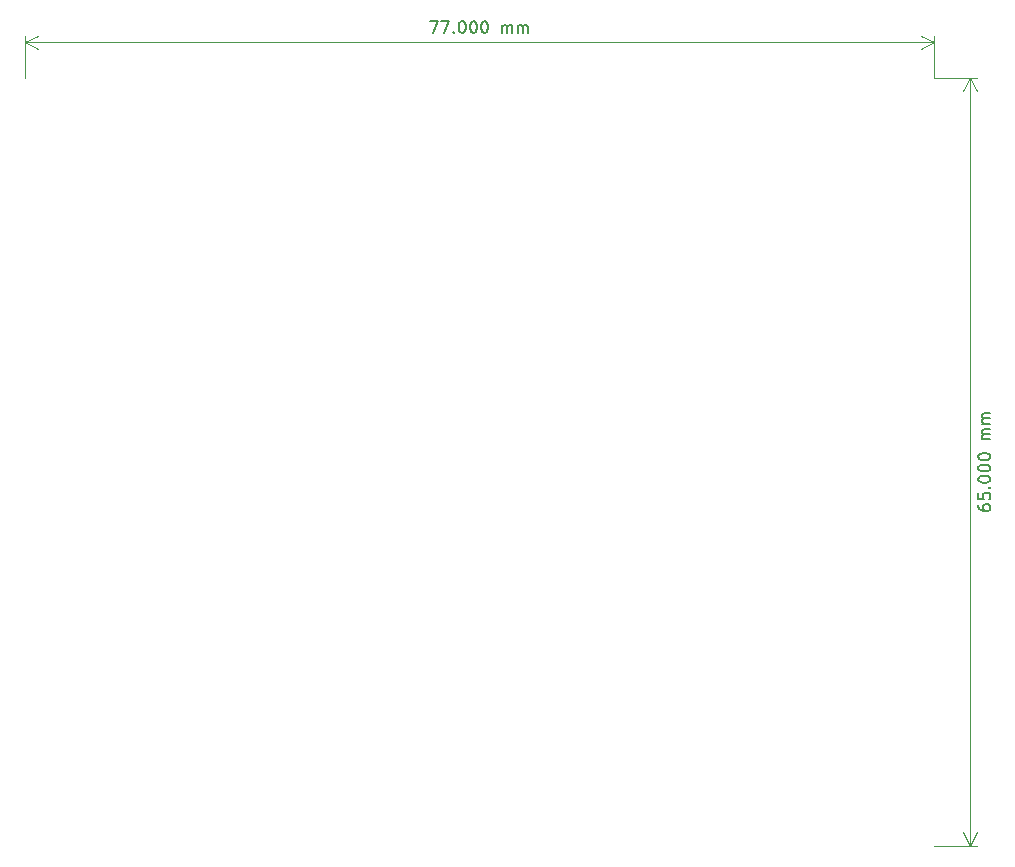
<source format=gbr>
G04 #@! TF.GenerationSoftware,KiCad,Pcbnew,(5.1.5)-3*
G04 #@! TF.CreationDate,2020-04-05T12:45:20+05:30*
G04 #@! TF.ProjectId,Con+fb(v+i),436f6e2b-6662-4287-962b-69292e6b6963,rev?*
G04 #@! TF.SameCoordinates,Original*
G04 #@! TF.FileFunction,Legend,Bot*
G04 #@! TF.FilePolarity,Positive*
%FSLAX46Y46*%
G04 Gerber Fmt 4.6, Leading zero omitted, Abs format (unit mm)*
G04 Created by KiCad (PCBNEW (5.1.5)-3) date 2020-04-05 12:45:20*
%MOMM*%
%LPD*%
G04 APERTURE LIST*
%ADD10C,0.150000*%
%ADD11C,0.120000*%
G04 APERTURE END LIST*
D10*
X100309523Y-77182380D02*
X100976190Y-77182380D01*
X100547619Y-78182380D01*
X101261904Y-77182380D02*
X101928571Y-77182380D01*
X101500000Y-78182380D01*
X102309523Y-78087142D02*
X102357142Y-78134761D01*
X102309523Y-78182380D01*
X102261904Y-78134761D01*
X102309523Y-78087142D01*
X102309523Y-78182380D01*
X102976190Y-77182380D02*
X103071428Y-77182380D01*
X103166666Y-77230000D01*
X103214285Y-77277619D01*
X103261904Y-77372857D01*
X103309523Y-77563333D01*
X103309523Y-77801428D01*
X103261904Y-77991904D01*
X103214285Y-78087142D01*
X103166666Y-78134761D01*
X103071428Y-78182380D01*
X102976190Y-78182380D01*
X102880952Y-78134761D01*
X102833333Y-78087142D01*
X102785714Y-77991904D01*
X102738095Y-77801428D01*
X102738095Y-77563333D01*
X102785714Y-77372857D01*
X102833333Y-77277619D01*
X102880952Y-77230000D01*
X102976190Y-77182380D01*
X103928571Y-77182380D02*
X104023809Y-77182380D01*
X104119047Y-77230000D01*
X104166666Y-77277619D01*
X104214285Y-77372857D01*
X104261904Y-77563333D01*
X104261904Y-77801428D01*
X104214285Y-77991904D01*
X104166666Y-78087142D01*
X104119047Y-78134761D01*
X104023809Y-78182380D01*
X103928571Y-78182380D01*
X103833333Y-78134761D01*
X103785714Y-78087142D01*
X103738095Y-77991904D01*
X103690476Y-77801428D01*
X103690476Y-77563333D01*
X103738095Y-77372857D01*
X103785714Y-77277619D01*
X103833333Y-77230000D01*
X103928571Y-77182380D01*
X104880952Y-77182380D02*
X104976190Y-77182380D01*
X105071428Y-77230000D01*
X105119047Y-77277619D01*
X105166666Y-77372857D01*
X105214285Y-77563333D01*
X105214285Y-77801428D01*
X105166666Y-77991904D01*
X105119047Y-78087142D01*
X105071428Y-78134761D01*
X104976190Y-78182380D01*
X104880952Y-78182380D01*
X104785714Y-78134761D01*
X104738095Y-78087142D01*
X104690476Y-77991904D01*
X104642857Y-77801428D01*
X104642857Y-77563333D01*
X104690476Y-77372857D01*
X104738095Y-77277619D01*
X104785714Y-77230000D01*
X104880952Y-77182380D01*
X106404761Y-78182380D02*
X106404761Y-77515714D01*
X106404761Y-77610952D02*
X106452380Y-77563333D01*
X106547619Y-77515714D01*
X106690476Y-77515714D01*
X106785714Y-77563333D01*
X106833333Y-77658571D01*
X106833333Y-78182380D01*
X106833333Y-77658571D02*
X106880952Y-77563333D01*
X106976190Y-77515714D01*
X107119047Y-77515714D01*
X107214285Y-77563333D01*
X107261904Y-77658571D01*
X107261904Y-78182380D01*
X107738095Y-78182380D02*
X107738095Y-77515714D01*
X107738095Y-77610952D02*
X107785714Y-77563333D01*
X107880952Y-77515714D01*
X108023809Y-77515714D01*
X108119047Y-77563333D01*
X108166666Y-77658571D01*
X108166666Y-78182380D01*
X108166666Y-77658571D02*
X108214285Y-77563333D01*
X108309523Y-77515714D01*
X108452380Y-77515714D01*
X108547619Y-77563333D01*
X108595238Y-77658571D01*
X108595238Y-78182380D01*
D11*
X66000000Y-79000000D02*
X143000000Y-79000000D01*
X66000000Y-82000000D02*
X66000000Y-78413579D01*
X143000000Y-82000000D02*
X143000000Y-78413579D01*
X143000000Y-79000000D02*
X141873496Y-79586421D01*
X143000000Y-79000000D02*
X141873496Y-78413579D01*
X66000000Y-79000000D02*
X67126504Y-79586421D01*
X66000000Y-79000000D02*
X67126504Y-78413579D01*
D10*
X146722380Y-118166666D02*
X146722380Y-118357142D01*
X146770000Y-118452380D01*
X146817619Y-118500000D01*
X146960476Y-118595238D01*
X147150952Y-118642857D01*
X147531904Y-118642857D01*
X147627142Y-118595238D01*
X147674761Y-118547619D01*
X147722380Y-118452380D01*
X147722380Y-118261904D01*
X147674761Y-118166666D01*
X147627142Y-118119047D01*
X147531904Y-118071428D01*
X147293809Y-118071428D01*
X147198571Y-118119047D01*
X147150952Y-118166666D01*
X147103333Y-118261904D01*
X147103333Y-118452380D01*
X147150952Y-118547619D01*
X147198571Y-118595238D01*
X147293809Y-118642857D01*
X146722380Y-117166666D02*
X146722380Y-117642857D01*
X147198571Y-117690476D01*
X147150952Y-117642857D01*
X147103333Y-117547619D01*
X147103333Y-117309523D01*
X147150952Y-117214285D01*
X147198571Y-117166666D01*
X147293809Y-117119047D01*
X147531904Y-117119047D01*
X147627142Y-117166666D01*
X147674761Y-117214285D01*
X147722380Y-117309523D01*
X147722380Y-117547619D01*
X147674761Y-117642857D01*
X147627142Y-117690476D01*
X147627142Y-116690476D02*
X147674761Y-116642857D01*
X147722380Y-116690476D01*
X147674761Y-116738095D01*
X147627142Y-116690476D01*
X147722380Y-116690476D01*
X146722380Y-116023809D02*
X146722380Y-115928571D01*
X146770000Y-115833333D01*
X146817619Y-115785714D01*
X146912857Y-115738095D01*
X147103333Y-115690476D01*
X147341428Y-115690476D01*
X147531904Y-115738095D01*
X147627142Y-115785714D01*
X147674761Y-115833333D01*
X147722380Y-115928571D01*
X147722380Y-116023809D01*
X147674761Y-116119047D01*
X147627142Y-116166666D01*
X147531904Y-116214285D01*
X147341428Y-116261904D01*
X147103333Y-116261904D01*
X146912857Y-116214285D01*
X146817619Y-116166666D01*
X146770000Y-116119047D01*
X146722380Y-116023809D01*
X146722380Y-115071428D02*
X146722380Y-114976190D01*
X146770000Y-114880952D01*
X146817619Y-114833333D01*
X146912857Y-114785714D01*
X147103333Y-114738095D01*
X147341428Y-114738095D01*
X147531904Y-114785714D01*
X147627142Y-114833333D01*
X147674761Y-114880952D01*
X147722380Y-114976190D01*
X147722380Y-115071428D01*
X147674761Y-115166666D01*
X147627142Y-115214285D01*
X147531904Y-115261904D01*
X147341428Y-115309523D01*
X147103333Y-115309523D01*
X146912857Y-115261904D01*
X146817619Y-115214285D01*
X146770000Y-115166666D01*
X146722380Y-115071428D01*
X146722380Y-114119047D02*
X146722380Y-114023809D01*
X146770000Y-113928571D01*
X146817619Y-113880952D01*
X146912857Y-113833333D01*
X147103333Y-113785714D01*
X147341428Y-113785714D01*
X147531904Y-113833333D01*
X147627142Y-113880952D01*
X147674761Y-113928571D01*
X147722380Y-114023809D01*
X147722380Y-114119047D01*
X147674761Y-114214285D01*
X147627142Y-114261904D01*
X147531904Y-114309523D01*
X147341428Y-114357142D01*
X147103333Y-114357142D01*
X146912857Y-114309523D01*
X146817619Y-114261904D01*
X146770000Y-114214285D01*
X146722380Y-114119047D01*
X147722380Y-112595238D02*
X147055714Y-112595238D01*
X147150952Y-112595238D02*
X147103333Y-112547619D01*
X147055714Y-112452380D01*
X147055714Y-112309523D01*
X147103333Y-112214285D01*
X147198571Y-112166666D01*
X147722380Y-112166666D01*
X147198571Y-112166666D02*
X147103333Y-112119047D01*
X147055714Y-112023809D01*
X147055714Y-111880952D01*
X147103333Y-111785714D01*
X147198571Y-111738095D01*
X147722380Y-111738095D01*
X147722380Y-111261904D02*
X147055714Y-111261904D01*
X147150952Y-111261904D02*
X147103333Y-111214285D01*
X147055714Y-111119047D01*
X147055714Y-110976190D01*
X147103333Y-110880952D01*
X147198571Y-110833333D01*
X147722380Y-110833333D01*
X147198571Y-110833333D02*
X147103333Y-110785714D01*
X147055714Y-110690476D01*
X147055714Y-110547619D01*
X147103333Y-110452380D01*
X147198571Y-110404761D01*
X147722380Y-110404761D01*
D11*
X146000000Y-147000000D02*
X146000000Y-82000000D01*
X143000000Y-147000000D02*
X146586421Y-147000000D01*
X143000000Y-82000000D02*
X146586421Y-82000000D01*
X146000000Y-82000000D02*
X146586421Y-83126504D01*
X146000000Y-82000000D02*
X145413579Y-83126504D01*
X146000000Y-147000000D02*
X146586421Y-145873496D01*
X146000000Y-147000000D02*
X145413579Y-145873496D01*
M02*

</source>
